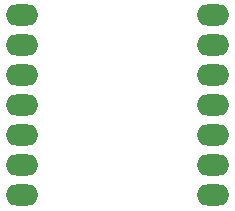
<source format=gtp>
%TF.GenerationSoftware,KiCad,Pcbnew,6.0.11-3.fc36*%
%TF.CreationDate,2023-03-10T01:36:50-05:00*%
%TF.ProjectId,moth,6d6f7468-2e6b-4696-9361-645f70636258,v1.0.0*%
%TF.SameCoordinates,Original*%
%TF.FileFunction,Paste,Top*%
%TF.FilePolarity,Positive*%
%FSLAX46Y46*%
G04 Gerber Fmt 4.6, Leading zero omitted, Abs format (unit mm)*
G04 Created by KiCad (PCBNEW 6.0.11-3.fc36) date 2023-03-10 01:36:50*
%MOMM*%
%LPD*%
G01*
G04 APERTURE LIST*
%ADD10O,2.750000X1.800000*%
G04 APERTURE END LIST*
D10*
X195105040Y-137668000D03*
X195105040Y-140208000D03*
X195105040Y-142748000D03*
X195105040Y-145288000D03*
X195105040Y-147828000D03*
X195105040Y-150368000D03*
X195105040Y-152908000D03*
X211294960Y-152908000D03*
X211294960Y-150368000D03*
X211294960Y-147828000D03*
X211294960Y-145288000D03*
X211294960Y-142748000D03*
X211294960Y-140208000D03*
X211294960Y-137668000D03*
M02*

</source>
